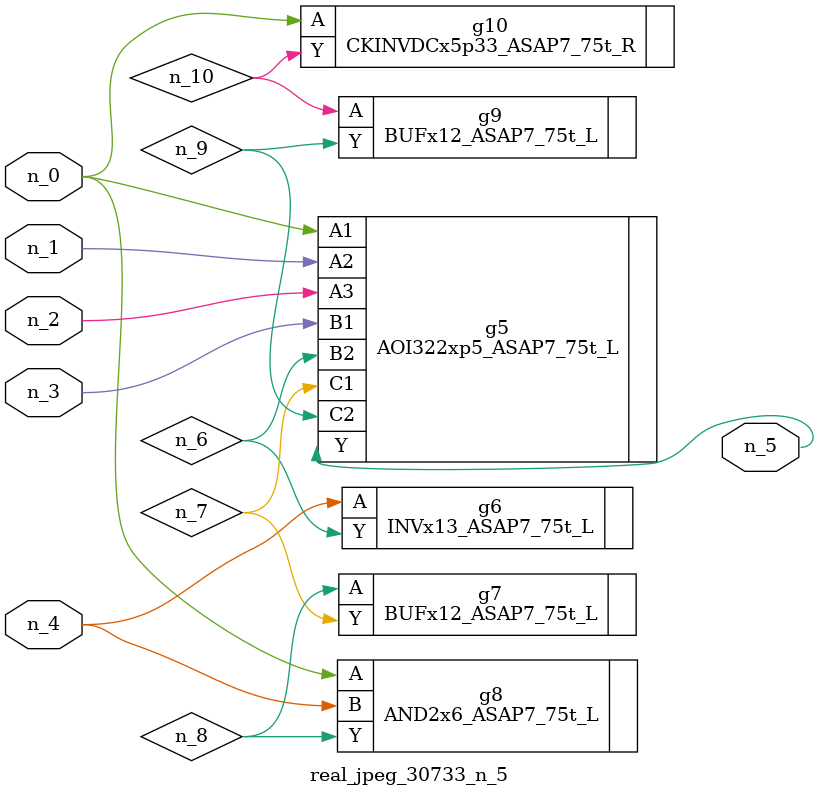
<source format=v>
module real_jpeg_30733_n_5 (n_4, n_0, n_1, n_2, n_3, n_5);

input n_4;
input n_0;
input n_1;
input n_2;
input n_3;

output n_5;

wire n_8;
wire n_6;
wire n_7;
wire n_10;
wire n_9;

AOI322xp5_ASAP7_75t_L g5 ( 
.A1(n_0),
.A2(n_1),
.A3(n_2),
.B1(n_3),
.B2(n_6),
.C1(n_7),
.C2(n_9),
.Y(n_5)
);

AND2x6_ASAP7_75t_L g8 ( 
.A(n_0),
.B(n_4),
.Y(n_8)
);

CKINVDCx5p33_ASAP7_75t_R g10 ( 
.A(n_0),
.Y(n_10)
);

INVx13_ASAP7_75t_L g6 ( 
.A(n_4),
.Y(n_6)
);

BUFx12_ASAP7_75t_L g7 ( 
.A(n_8),
.Y(n_7)
);

BUFx12_ASAP7_75t_L g9 ( 
.A(n_10),
.Y(n_9)
);


endmodule
</source>
